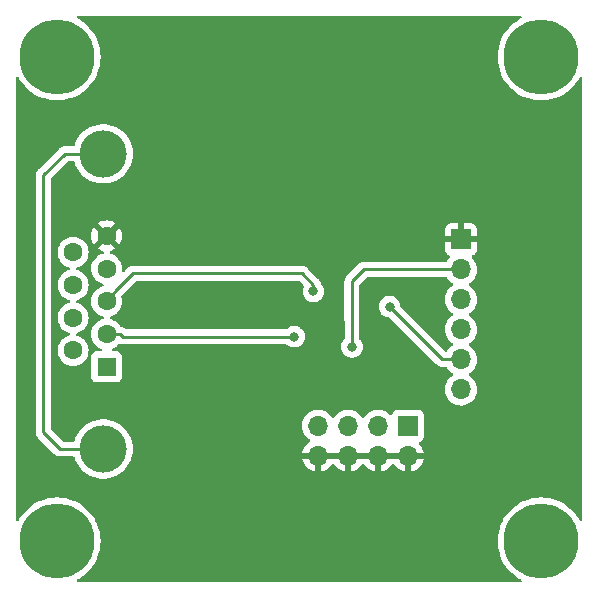
<source format=gbl>
G04 #@! TF.GenerationSoftware,KiCad,Pcbnew,(6.0.1)*
G04 #@! TF.CreationDate,2022-08-01T16:57:01-04:00*
G04 #@! TF.ProjectId,RS232_TTL_Female,52533233-325f-4545-944c-5f46656d616c,rev?*
G04 #@! TF.SameCoordinates,Original*
G04 #@! TF.FileFunction,Copper,L2,Bot*
G04 #@! TF.FilePolarity,Positive*
%FSLAX46Y46*%
G04 Gerber Fmt 4.6, Leading zero omitted, Abs format (unit mm)*
G04 Created by KiCad (PCBNEW (6.0.1)) date 2022-08-01 16:57:01*
%MOMM*%
%LPD*%
G01*
G04 APERTURE LIST*
G04 #@! TA.AperFunction,ComponentPad*
%ADD10C,6.350000*%
G04 #@! TD*
G04 #@! TA.AperFunction,ComponentPad*
%ADD11R,1.600000X1.600000*%
G04 #@! TD*
G04 #@! TA.AperFunction,ComponentPad*
%ADD12C,1.600000*%
G04 #@! TD*
G04 #@! TA.AperFunction,ComponentPad*
%ADD13C,4.000000*%
G04 #@! TD*
G04 #@! TA.AperFunction,ComponentPad*
%ADD14R,1.700000X1.700000*%
G04 #@! TD*
G04 #@! TA.AperFunction,ComponentPad*
%ADD15O,1.700000X1.700000*%
G04 #@! TD*
G04 #@! TA.AperFunction,ViaPad*
%ADD16C,0.800000*%
G04 #@! TD*
G04 #@! TA.AperFunction,Conductor*
%ADD17C,0.250000*%
G04 #@! TD*
G04 APERTURE END LIST*
D10*
X101000000Y-74000000D03*
X60000000Y-74000000D03*
X101000000Y-33000000D03*
X60000000Y-33000000D03*
D11*
X64202700Y-59249400D03*
D12*
X64202700Y-56479400D03*
X64202700Y-53709400D03*
X64202700Y-50939400D03*
X64202700Y-48169400D03*
X61362700Y-57864400D03*
X61362700Y-55094400D03*
X61362700Y-52324400D03*
X61362700Y-49554400D03*
D13*
X63902700Y-41209400D03*
X63902700Y-66209400D03*
D14*
X94200100Y-48467100D03*
D15*
X94200100Y-51007100D03*
X94200100Y-53547100D03*
X94200100Y-56087100D03*
X94200100Y-58627100D03*
X94200100Y-61167100D03*
D14*
X89717000Y-64240500D03*
D15*
X89717000Y-66780500D03*
X87177000Y-64240500D03*
X87177000Y-66780500D03*
X84637000Y-64240500D03*
X84637000Y-66780500D03*
X82097000Y-64240500D03*
X82097000Y-66780500D03*
D16*
X84344900Y-50448300D03*
X71987800Y-54131300D03*
X79111200Y-60744700D03*
X80077700Y-56696700D03*
X81716000Y-52861300D03*
X84979900Y-57560300D03*
X88156700Y-54156700D03*
D17*
X65334070Y-56479400D02*
X65564070Y-56709400D01*
X64202700Y-56479400D02*
X65334070Y-56479400D01*
X80065000Y-56709400D02*
X80077700Y-56696700D01*
X65564070Y-56709400D02*
X80065000Y-56709400D01*
X66428890Y-51346310D02*
X65028200Y-52747000D01*
X65028200Y-52747000D02*
X64202700Y-53709400D01*
X80766695Y-51346310D02*
X66428890Y-51346310D01*
X81716000Y-52295615D02*
X80766695Y-51346310D01*
X81716000Y-52861300D02*
X81716000Y-52295615D01*
X63902700Y-66209400D02*
X60253400Y-66209400D01*
X60253400Y-66209400D02*
X58843300Y-64799300D01*
X58843300Y-64799300D02*
X58843300Y-43018800D01*
X60652700Y-41209400D02*
X63902700Y-41209400D01*
X58843300Y-43018800D02*
X60652700Y-41209400D01*
X85983200Y-51007100D02*
X84967200Y-52023100D01*
X94200100Y-51007100D02*
X85983200Y-51007100D01*
X84979900Y-57560300D02*
X84967200Y-52023100D01*
X92627100Y-58627100D02*
X94200100Y-58627100D01*
X88156700Y-54156700D02*
X92627100Y-58627100D01*
G04 #@! TA.AperFunction,Conductor*
G36*
X99283123Y-29528002D02*
G01*
X99329616Y-29581658D01*
X99339720Y-29651932D01*
X99310226Y-29716512D01*
X99272205Y-29746267D01*
X99155723Y-29805618D01*
X98831922Y-30015896D01*
X98531875Y-30258869D01*
X98258869Y-30531875D01*
X98015896Y-30831922D01*
X97805618Y-31155723D01*
X97630337Y-31499730D01*
X97491976Y-31860174D01*
X97392049Y-32233106D01*
X97391533Y-32236367D01*
X97332873Y-32606728D01*
X97331651Y-32614441D01*
X97311445Y-33000000D01*
X97331651Y-33385559D01*
X97392049Y-33766894D01*
X97491976Y-34139826D01*
X97630337Y-34500270D01*
X97631835Y-34503210D01*
X97804119Y-34841335D01*
X97805618Y-34844277D01*
X98015896Y-35168078D01*
X98258869Y-35468125D01*
X98531875Y-35741131D01*
X98831922Y-35984104D01*
X99155722Y-36194382D01*
X99158656Y-36195877D01*
X99158663Y-36195881D01*
X99496790Y-36368165D01*
X99499730Y-36369663D01*
X99860174Y-36508024D01*
X100233106Y-36607951D01*
X100435643Y-36640030D01*
X100611193Y-36667835D01*
X100611201Y-36667836D01*
X100614441Y-36668349D01*
X101000000Y-36688555D01*
X101385559Y-36668349D01*
X101388799Y-36667836D01*
X101388807Y-36667835D01*
X101564357Y-36640030D01*
X101766894Y-36607951D01*
X102139826Y-36508024D01*
X102500270Y-36369663D01*
X102503210Y-36368165D01*
X102841337Y-36195881D01*
X102841344Y-36195877D01*
X102844278Y-36194382D01*
X103168078Y-35984104D01*
X103468125Y-35741131D01*
X103741131Y-35468125D01*
X103984104Y-35168078D01*
X104194382Y-34844277D01*
X104253733Y-34727795D01*
X104302482Y-34676180D01*
X104371397Y-34659114D01*
X104438598Y-34682015D01*
X104482750Y-34737613D01*
X104492000Y-34784998D01*
X104492000Y-72215002D01*
X104471998Y-72283123D01*
X104418342Y-72329616D01*
X104348068Y-72339720D01*
X104283488Y-72310226D01*
X104253733Y-72272205D01*
X104195881Y-72158665D01*
X104194382Y-72155723D01*
X103984104Y-71831922D01*
X103741131Y-71531875D01*
X103468125Y-71258869D01*
X103168078Y-71015896D01*
X102844278Y-70805618D01*
X102841344Y-70804123D01*
X102841337Y-70804119D01*
X102503210Y-70631835D01*
X102500270Y-70630337D01*
X102139826Y-70491976D01*
X101766894Y-70392049D01*
X101564357Y-70359970D01*
X101388807Y-70332165D01*
X101388799Y-70332164D01*
X101385559Y-70331651D01*
X101000000Y-70311445D01*
X100614441Y-70331651D01*
X100611201Y-70332164D01*
X100611193Y-70332165D01*
X100435643Y-70359970D01*
X100233106Y-70392049D01*
X99860174Y-70491976D01*
X99499730Y-70630337D01*
X99496790Y-70631835D01*
X99158664Y-70804119D01*
X99158657Y-70804123D01*
X99155723Y-70805618D01*
X98831922Y-71015896D01*
X98531875Y-71258869D01*
X98258869Y-71531875D01*
X98015896Y-71831922D01*
X97805618Y-72155723D01*
X97804123Y-72158657D01*
X97804119Y-72158664D01*
X97746267Y-72272205D01*
X97630337Y-72499730D01*
X97491976Y-72860174D01*
X97392049Y-73233106D01*
X97331651Y-73614441D01*
X97311445Y-74000000D01*
X97331651Y-74385559D01*
X97332164Y-74388799D01*
X97332165Y-74388807D01*
X97359970Y-74564357D01*
X97392049Y-74766894D01*
X97491976Y-75139826D01*
X97630337Y-75500270D01*
X97805618Y-75844277D01*
X98015896Y-76168078D01*
X98258869Y-76468125D01*
X98531875Y-76741131D01*
X98831922Y-76984104D01*
X99155722Y-77194382D01*
X99158656Y-77195877D01*
X99158663Y-77195881D01*
X99272205Y-77253733D01*
X99323820Y-77302481D01*
X99340886Y-77371396D01*
X99317985Y-77438598D01*
X99262388Y-77482750D01*
X99215002Y-77492000D01*
X61784998Y-77492000D01*
X61716877Y-77471998D01*
X61670384Y-77418342D01*
X61660280Y-77348068D01*
X61689774Y-77283488D01*
X61727795Y-77253733D01*
X61841337Y-77195881D01*
X61841344Y-77195877D01*
X61844278Y-77194382D01*
X62168078Y-76984104D01*
X62468125Y-76741131D01*
X62741131Y-76468125D01*
X62984104Y-76168078D01*
X63194382Y-75844277D01*
X63369663Y-75500270D01*
X63508024Y-75139826D01*
X63607951Y-74766894D01*
X63640030Y-74564357D01*
X63667835Y-74388807D01*
X63667836Y-74388799D01*
X63668349Y-74385559D01*
X63688555Y-74000000D01*
X63668349Y-73614441D01*
X63607951Y-73233106D01*
X63508024Y-72860174D01*
X63369663Y-72499730D01*
X63253733Y-72272205D01*
X63195881Y-72158664D01*
X63195877Y-72158657D01*
X63194382Y-72155723D01*
X62984104Y-71831922D01*
X62741131Y-71531875D01*
X62468125Y-71258869D01*
X62168078Y-71015896D01*
X61844278Y-70805618D01*
X61841344Y-70804123D01*
X61841337Y-70804119D01*
X61503210Y-70631835D01*
X61500270Y-70630337D01*
X61139826Y-70491976D01*
X60766894Y-70392049D01*
X60564357Y-70359970D01*
X60388807Y-70332165D01*
X60388799Y-70332164D01*
X60385559Y-70331651D01*
X60000000Y-70311445D01*
X59614441Y-70331651D01*
X59611201Y-70332164D01*
X59611193Y-70332165D01*
X59435643Y-70359970D01*
X59233106Y-70392049D01*
X58860174Y-70491976D01*
X58499730Y-70630337D01*
X58496790Y-70631835D01*
X58158664Y-70804119D01*
X58158657Y-70804123D01*
X58155723Y-70805618D01*
X57831922Y-71015896D01*
X57531875Y-71258869D01*
X57258869Y-71531875D01*
X57015896Y-71831922D01*
X56805618Y-72155723D01*
X56804119Y-72158665D01*
X56746267Y-72272205D01*
X56697518Y-72323820D01*
X56628603Y-72340886D01*
X56561402Y-72317985D01*
X56517250Y-72262387D01*
X56508000Y-72215002D01*
X56508000Y-42998743D01*
X58205080Y-42998743D01*
X58205826Y-43006635D01*
X58209241Y-43042761D01*
X58209800Y-43054619D01*
X58209800Y-64720533D01*
X58209273Y-64731716D01*
X58207598Y-64739209D01*
X58207847Y-64747135D01*
X58207847Y-64747136D01*
X58209738Y-64807286D01*
X58209800Y-64811245D01*
X58209800Y-64839156D01*
X58210297Y-64843090D01*
X58210297Y-64843091D01*
X58210305Y-64843156D01*
X58211238Y-64854993D01*
X58212627Y-64899189D01*
X58217408Y-64915644D01*
X58218278Y-64918639D01*
X58222287Y-64938000D01*
X58224826Y-64958097D01*
X58227745Y-64965468D01*
X58227745Y-64965470D01*
X58241104Y-64999212D01*
X58244949Y-65010442D01*
X58257282Y-65052893D01*
X58261315Y-65059712D01*
X58261317Y-65059717D01*
X58267593Y-65070328D01*
X58276288Y-65088076D01*
X58283748Y-65106917D01*
X58288410Y-65113333D01*
X58288410Y-65113334D01*
X58309736Y-65142687D01*
X58316252Y-65152607D01*
X58328798Y-65173820D01*
X58338758Y-65190662D01*
X58353079Y-65204983D01*
X58365919Y-65220016D01*
X58377828Y-65236407D01*
X58383934Y-65241458D01*
X58411905Y-65264598D01*
X58420684Y-65272588D01*
X59749743Y-66601647D01*
X59757287Y-66609937D01*
X59761400Y-66616418D01*
X59767177Y-66621843D01*
X59811067Y-66663058D01*
X59813909Y-66665813D01*
X59833631Y-66685535D01*
X59836755Y-66687958D01*
X59836759Y-66687962D01*
X59836824Y-66688012D01*
X59845845Y-66695717D01*
X59878079Y-66725986D01*
X59885027Y-66729805D01*
X59885029Y-66729807D01*
X59895832Y-66735746D01*
X59912359Y-66746602D01*
X59922098Y-66754157D01*
X59922100Y-66754158D01*
X59928360Y-66759014D01*
X59968940Y-66776574D01*
X59979588Y-66781791D01*
X60018340Y-66803095D01*
X60026016Y-66805066D01*
X60026019Y-66805067D01*
X60037962Y-66808133D01*
X60056667Y-66814537D01*
X60075255Y-66822581D01*
X60083078Y-66823820D01*
X60083088Y-66823823D01*
X60118924Y-66829499D01*
X60130544Y-66831905D01*
X60165689Y-66840928D01*
X60173370Y-66842900D01*
X60193624Y-66842900D01*
X60213334Y-66844451D01*
X60233343Y-66847620D01*
X60241235Y-66846874D01*
X60277361Y-66843459D01*
X60289219Y-66842900D01*
X61379399Y-66842900D01*
X61447520Y-66862902D01*
X61494013Y-66916558D01*
X61499232Y-66929963D01*
X61565744Y-67134666D01*
X61567431Y-67138252D01*
X61567433Y-67138256D01*
X61698450Y-67416683D01*
X61698454Y-67416690D01*
X61700138Y-67420269D01*
X61869268Y-67686775D01*
X62070467Y-67929982D01*
X62300560Y-68146054D01*
X62555921Y-68331584D01*
X62832521Y-68483647D01*
X62836190Y-68485100D01*
X62836195Y-68485102D01*
X63122328Y-68598390D01*
X63125998Y-68599843D01*
X63431725Y-68678340D01*
X63744879Y-68717900D01*
X64060521Y-68717900D01*
X64373675Y-68678340D01*
X64679402Y-68599843D01*
X64683072Y-68598390D01*
X64969205Y-68485102D01*
X64969210Y-68485100D01*
X64972879Y-68483647D01*
X65249479Y-68331584D01*
X65504840Y-68146054D01*
X65734933Y-67929982D01*
X65936132Y-67686775D01*
X66105262Y-67420269D01*
X66106946Y-67416690D01*
X66106950Y-67416683D01*
X66237967Y-67138256D01*
X66237969Y-67138252D01*
X66239656Y-67134666D01*
X66267664Y-67048466D01*
X80765257Y-67048466D01*
X80795565Y-67182946D01*
X80798645Y-67192775D01*
X80878770Y-67390103D01*
X80883413Y-67399294D01*
X80994694Y-67580888D01*
X81000777Y-67589199D01*
X81140213Y-67750167D01*
X81147580Y-67757383D01*
X81311434Y-67893416D01*
X81319881Y-67899331D01*
X81503756Y-68006779D01*
X81513042Y-68011229D01*
X81712001Y-68087203D01*
X81721899Y-68090079D01*
X81825250Y-68111106D01*
X81839299Y-68109910D01*
X81843000Y-68099565D01*
X81843000Y-68099017D01*
X82351000Y-68099017D01*
X82355064Y-68112859D01*
X82368478Y-68114893D01*
X82375184Y-68114034D01*
X82385262Y-68111892D01*
X82589255Y-68050691D01*
X82598842Y-68046933D01*
X82790095Y-67953239D01*
X82798945Y-67947964D01*
X82972328Y-67824292D01*
X82980200Y-67817639D01*
X83131052Y-67667312D01*
X83137730Y-67659465D01*
X83265022Y-67482319D01*
X83266147Y-67483127D01*
X83313669Y-67439376D01*
X83383607Y-67427161D01*
X83449046Y-67454697D01*
X83476870Y-67486528D01*
X83534690Y-67580883D01*
X83540777Y-67589199D01*
X83680213Y-67750167D01*
X83687580Y-67757383D01*
X83851434Y-67893416D01*
X83859881Y-67899331D01*
X84043756Y-68006779D01*
X84053042Y-68011229D01*
X84252001Y-68087203D01*
X84261899Y-68090079D01*
X84365250Y-68111106D01*
X84379299Y-68109910D01*
X84383000Y-68099565D01*
X84383000Y-68099017D01*
X84891000Y-68099017D01*
X84895064Y-68112859D01*
X84908478Y-68114893D01*
X84915184Y-68114034D01*
X84925262Y-68111892D01*
X85129255Y-68050691D01*
X85138842Y-68046933D01*
X85330095Y-67953239D01*
X85338945Y-67947964D01*
X85512328Y-67824292D01*
X85520200Y-67817639D01*
X85671052Y-67667312D01*
X85677730Y-67659465D01*
X85805022Y-67482319D01*
X85806147Y-67483127D01*
X85853669Y-67439376D01*
X85923607Y-67427161D01*
X85989046Y-67454697D01*
X86016870Y-67486528D01*
X86074690Y-67580883D01*
X86080777Y-67589199D01*
X86220213Y-67750167D01*
X86227580Y-67757383D01*
X86391434Y-67893416D01*
X86399881Y-67899331D01*
X86583756Y-68006779D01*
X86593042Y-68011229D01*
X86792001Y-68087203D01*
X86801899Y-68090079D01*
X86905250Y-68111106D01*
X86919299Y-68109910D01*
X86923000Y-68099565D01*
X86923000Y-68099017D01*
X87431000Y-68099017D01*
X87435064Y-68112859D01*
X87448478Y-68114893D01*
X87455184Y-68114034D01*
X87465262Y-68111892D01*
X87669255Y-68050691D01*
X87678842Y-68046933D01*
X87870095Y-67953239D01*
X87878945Y-67947964D01*
X88052328Y-67824292D01*
X88060200Y-67817639D01*
X88211052Y-67667312D01*
X88217730Y-67659465D01*
X88345022Y-67482319D01*
X88346147Y-67483127D01*
X88393669Y-67439376D01*
X88463607Y-67427161D01*
X88529046Y-67454697D01*
X88556870Y-67486528D01*
X88614690Y-67580883D01*
X88620777Y-67589199D01*
X88760213Y-67750167D01*
X88767580Y-67757383D01*
X88931434Y-67893416D01*
X88939881Y-67899331D01*
X89123756Y-68006779D01*
X89133042Y-68011229D01*
X89332001Y-68087203D01*
X89341899Y-68090079D01*
X89445250Y-68111106D01*
X89459299Y-68109910D01*
X89463000Y-68099565D01*
X89463000Y-68099017D01*
X89971000Y-68099017D01*
X89975064Y-68112859D01*
X89988478Y-68114893D01*
X89995184Y-68114034D01*
X90005262Y-68111892D01*
X90209255Y-68050691D01*
X90218842Y-68046933D01*
X90410095Y-67953239D01*
X90418945Y-67947964D01*
X90592328Y-67824292D01*
X90600200Y-67817639D01*
X90751052Y-67667312D01*
X90757730Y-67659465D01*
X90882003Y-67486520D01*
X90887313Y-67477683D01*
X90981670Y-67286767D01*
X90985469Y-67277172D01*
X91047377Y-67073410D01*
X91049555Y-67063337D01*
X91050986Y-67052462D01*
X91048775Y-67038278D01*
X91035617Y-67034500D01*
X89989115Y-67034500D01*
X89973876Y-67038975D01*
X89972671Y-67040365D01*
X89971000Y-67048048D01*
X89971000Y-68099017D01*
X89463000Y-68099017D01*
X89463000Y-67052615D01*
X89458525Y-67037376D01*
X89457135Y-67036171D01*
X89449452Y-67034500D01*
X87449115Y-67034500D01*
X87433876Y-67038975D01*
X87432671Y-67040365D01*
X87431000Y-67048048D01*
X87431000Y-68099017D01*
X86923000Y-68099017D01*
X86923000Y-67052615D01*
X86918525Y-67037376D01*
X86917135Y-67036171D01*
X86909452Y-67034500D01*
X84909115Y-67034500D01*
X84893876Y-67038975D01*
X84892671Y-67040365D01*
X84891000Y-67048048D01*
X84891000Y-68099017D01*
X84383000Y-68099017D01*
X84383000Y-67052615D01*
X84378525Y-67037376D01*
X84377135Y-67036171D01*
X84369452Y-67034500D01*
X82369115Y-67034500D01*
X82353876Y-67038975D01*
X82352671Y-67040365D01*
X82351000Y-67048048D01*
X82351000Y-68099017D01*
X81843000Y-68099017D01*
X81843000Y-67052615D01*
X81838525Y-67037376D01*
X81837135Y-67036171D01*
X81829452Y-67034500D01*
X80780225Y-67034500D01*
X80766694Y-67038473D01*
X80765257Y-67048466D01*
X66267664Y-67048466D01*
X66337195Y-66834472D01*
X66396341Y-66524420D01*
X66416160Y-66209400D01*
X66396341Y-65894380D01*
X66337195Y-65584328D01*
X66239656Y-65284134D01*
X66237967Y-65280544D01*
X66106950Y-65002117D01*
X66106946Y-65002110D01*
X66105262Y-64998531D01*
X65936132Y-64732025D01*
X65835532Y-64610421D01*
X65737458Y-64491870D01*
X65737457Y-64491869D01*
X65734933Y-64488818D01*
X65504840Y-64272746D01*
X65414616Y-64207195D01*
X80734251Y-64207195D01*
X80734548Y-64212348D01*
X80734548Y-64212351D01*
X80738187Y-64275457D01*
X80747110Y-64430215D01*
X80748247Y-64435261D01*
X80748248Y-64435267D01*
X80759390Y-64484705D01*
X80796222Y-64648139D01*
X80834461Y-64742311D01*
X80875410Y-64843156D01*
X80880266Y-64855116D01*
X80917685Y-64916178D01*
X80994291Y-65041188D01*
X80996987Y-65045588D01*
X81143250Y-65214438D01*
X81315126Y-65357132D01*
X81388955Y-65400274D01*
X81437679Y-65451912D01*
X81450750Y-65521695D01*
X81424019Y-65587467D01*
X81383562Y-65620827D01*
X81375457Y-65625046D01*
X81366738Y-65630536D01*
X81196433Y-65758405D01*
X81188726Y-65765248D01*
X81041590Y-65919217D01*
X81035104Y-65927227D01*
X80915098Y-66103149D01*
X80910000Y-66112123D01*
X80820338Y-66305283D01*
X80816775Y-66314970D01*
X80761389Y-66514683D01*
X80762912Y-66523107D01*
X80775292Y-66526500D01*
X91035344Y-66526500D01*
X91048875Y-66522527D01*
X91050180Y-66513447D01*
X91008214Y-66346375D01*
X91004894Y-66336624D01*
X90919972Y-66141314D01*
X90915105Y-66132239D01*
X90799426Y-65953426D01*
X90793136Y-65945257D01*
X90649293Y-65787177D01*
X90618241Y-65723331D01*
X90626635Y-65652833D01*
X90671812Y-65598064D01*
X90698256Y-65584395D01*
X90805297Y-65544267D01*
X90813705Y-65541115D01*
X90930261Y-65453761D01*
X91017615Y-65337205D01*
X91068745Y-65200816D01*
X91075500Y-65138634D01*
X91075500Y-63342366D01*
X91068745Y-63280184D01*
X91017615Y-63143795D01*
X90930261Y-63027239D01*
X90813705Y-62939885D01*
X90677316Y-62888755D01*
X90615134Y-62882000D01*
X88818866Y-62882000D01*
X88756684Y-62888755D01*
X88620295Y-62939885D01*
X88503739Y-63027239D01*
X88416385Y-63143795D01*
X88413233Y-63152203D01*
X88371919Y-63262407D01*
X88329277Y-63319171D01*
X88262716Y-63343871D01*
X88193367Y-63328663D01*
X88160743Y-63302976D01*
X88110151Y-63247375D01*
X88110142Y-63247366D01*
X88106670Y-63243551D01*
X88102619Y-63240352D01*
X88102615Y-63240348D01*
X87935414Y-63108300D01*
X87935410Y-63108298D01*
X87931359Y-63105098D01*
X87735789Y-62997138D01*
X87730920Y-62995414D01*
X87730916Y-62995412D01*
X87530087Y-62924295D01*
X87530083Y-62924294D01*
X87525212Y-62922569D01*
X87520119Y-62921662D01*
X87520116Y-62921661D01*
X87310373Y-62884300D01*
X87310367Y-62884299D01*
X87305284Y-62883394D01*
X87231452Y-62882492D01*
X87087081Y-62880728D01*
X87087079Y-62880728D01*
X87081911Y-62880665D01*
X86861091Y-62914455D01*
X86648756Y-62983857D01*
X86450607Y-63087007D01*
X86446474Y-63090110D01*
X86446471Y-63090112D01*
X86276100Y-63218030D01*
X86271965Y-63221135D01*
X86232525Y-63262407D01*
X86178280Y-63319171D01*
X86117629Y-63382638D01*
X86010201Y-63540121D01*
X85955293Y-63585121D01*
X85884768Y-63593292D01*
X85821021Y-63562038D01*
X85800324Y-63537554D01*
X85719822Y-63413117D01*
X85719820Y-63413114D01*
X85717014Y-63408777D01*
X85566670Y-63243551D01*
X85562619Y-63240352D01*
X85562615Y-63240348D01*
X85395414Y-63108300D01*
X85395410Y-63108298D01*
X85391359Y-63105098D01*
X85195789Y-62997138D01*
X85190920Y-62995414D01*
X85190916Y-62995412D01*
X84990087Y-62924295D01*
X84990083Y-62924294D01*
X84985212Y-62922569D01*
X84980119Y-62921662D01*
X84980116Y-62921661D01*
X84770373Y-62884300D01*
X84770367Y-62884299D01*
X84765284Y-62883394D01*
X84691452Y-62882492D01*
X84547081Y-62880728D01*
X84547079Y-62880728D01*
X84541911Y-62880665D01*
X84321091Y-62914455D01*
X84108756Y-62983857D01*
X83910607Y-63087007D01*
X83906474Y-63090110D01*
X83906471Y-63090112D01*
X83736100Y-63218030D01*
X83731965Y-63221135D01*
X83692525Y-63262407D01*
X83638280Y-63319171D01*
X83577629Y-63382638D01*
X83470201Y-63540121D01*
X83415293Y-63585121D01*
X83344768Y-63593292D01*
X83281021Y-63562038D01*
X83260324Y-63537554D01*
X83179822Y-63413117D01*
X83179820Y-63413114D01*
X83177014Y-63408777D01*
X83026670Y-63243551D01*
X83022619Y-63240352D01*
X83022615Y-63240348D01*
X82855414Y-63108300D01*
X82855410Y-63108298D01*
X82851359Y-63105098D01*
X82655789Y-62997138D01*
X82650920Y-62995414D01*
X82650916Y-62995412D01*
X82450087Y-62924295D01*
X82450083Y-62924294D01*
X82445212Y-62922569D01*
X82440119Y-62921662D01*
X82440116Y-62921661D01*
X82230373Y-62884300D01*
X82230367Y-62884299D01*
X82225284Y-62883394D01*
X82151452Y-62882492D01*
X82007081Y-62880728D01*
X82007079Y-62880728D01*
X82001911Y-62880665D01*
X81781091Y-62914455D01*
X81568756Y-62983857D01*
X81370607Y-63087007D01*
X81366474Y-63090110D01*
X81366471Y-63090112D01*
X81196100Y-63218030D01*
X81191965Y-63221135D01*
X81152525Y-63262407D01*
X81098280Y-63319171D01*
X81037629Y-63382638D01*
X80911743Y-63567180D01*
X80864716Y-63668492D01*
X80849673Y-63700900D01*
X80817688Y-63769805D01*
X80757989Y-63985070D01*
X80734251Y-64207195D01*
X65414616Y-64207195D01*
X65249479Y-64087216D01*
X65073022Y-63990207D01*
X64976348Y-63937060D01*
X64976347Y-63937059D01*
X64972879Y-63935153D01*
X64969210Y-63933700D01*
X64969205Y-63933698D01*
X64683072Y-63820410D01*
X64683071Y-63820410D01*
X64679402Y-63818957D01*
X64373675Y-63740460D01*
X64060521Y-63700900D01*
X63744879Y-63700900D01*
X63431725Y-63740460D01*
X63125998Y-63818957D01*
X63122329Y-63820410D01*
X63122328Y-63820410D01*
X62836195Y-63933698D01*
X62836190Y-63933700D01*
X62832521Y-63935153D01*
X62829053Y-63937059D01*
X62829052Y-63937060D01*
X62732379Y-63990207D01*
X62555921Y-64087216D01*
X62300560Y-64272746D01*
X62070467Y-64488818D01*
X62067943Y-64491869D01*
X62067942Y-64491870D01*
X61969868Y-64610421D01*
X61869268Y-64732025D01*
X61700138Y-64998531D01*
X61698454Y-65002110D01*
X61698450Y-65002117D01*
X61567433Y-65280544D01*
X61565744Y-65284134D01*
X61564518Y-65287906D01*
X61564518Y-65287907D01*
X61499232Y-65488836D01*
X61459158Y-65547442D01*
X61393762Y-65575079D01*
X61379399Y-65575900D01*
X60567994Y-65575900D01*
X60499873Y-65555898D01*
X60478903Y-65538999D01*
X59513703Y-64573798D01*
X59479679Y-64511488D01*
X59476800Y-64484705D01*
X59476800Y-57864400D01*
X60049202Y-57864400D01*
X60069157Y-58092487D01*
X60070581Y-58097800D01*
X60070581Y-58097802D01*
X60093425Y-58183054D01*
X60128416Y-58313643D01*
X60130739Y-58318624D01*
X60130739Y-58318625D01*
X60222851Y-58516162D01*
X60222854Y-58516167D01*
X60225177Y-58521149D01*
X60356502Y-58708700D01*
X60518400Y-58870598D01*
X60522908Y-58873755D01*
X60522911Y-58873757D01*
X60574727Y-58910039D01*
X60705951Y-59001923D01*
X60710933Y-59004246D01*
X60710938Y-59004249D01*
X60875014Y-59080758D01*
X60913457Y-59098684D01*
X60918765Y-59100106D01*
X60918767Y-59100107D01*
X61129298Y-59156519D01*
X61129300Y-59156519D01*
X61134613Y-59157943D01*
X61362700Y-59177898D01*
X61590787Y-59157943D01*
X61596100Y-59156519D01*
X61596102Y-59156519D01*
X61806633Y-59100107D01*
X61806635Y-59100106D01*
X61811943Y-59098684D01*
X61850386Y-59080758D01*
X62014462Y-59004249D01*
X62014467Y-59004246D01*
X62019449Y-59001923D01*
X62150673Y-58910039D01*
X62202489Y-58873757D01*
X62202492Y-58873755D01*
X62207000Y-58870598D01*
X62368898Y-58708700D01*
X62500223Y-58521149D01*
X62502546Y-58516167D01*
X62502549Y-58516162D01*
X62594661Y-58318625D01*
X62594661Y-58318624D01*
X62596984Y-58313643D01*
X62631976Y-58183054D01*
X62654819Y-58097802D01*
X62654819Y-58097800D01*
X62656243Y-58092487D01*
X62676198Y-57864400D01*
X62656243Y-57636313D01*
X62651671Y-57619249D01*
X62598407Y-57420467D01*
X62598406Y-57420465D01*
X62596984Y-57415157D01*
X62580333Y-57379449D01*
X62502549Y-57212638D01*
X62502546Y-57212633D01*
X62500223Y-57207651D01*
X62399875Y-57064340D01*
X62372057Y-57024611D01*
X62372055Y-57024608D01*
X62368898Y-57020100D01*
X62207000Y-56858202D01*
X62202492Y-56855045D01*
X62202489Y-56855043D01*
X62101797Y-56784538D01*
X62019449Y-56726877D01*
X62014467Y-56724554D01*
X62014462Y-56724551D01*
X61816925Y-56632439D01*
X61816924Y-56632439D01*
X61811943Y-56630116D01*
X61806635Y-56628694D01*
X61806633Y-56628693D01*
X61703681Y-56601107D01*
X61643058Y-56564155D01*
X61612037Y-56500294D01*
X61614535Y-56479400D01*
X62889202Y-56479400D01*
X62909157Y-56707487D01*
X62910581Y-56712800D01*
X62910581Y-56712802D01*
X62961940Y-56904473D01*
X62968416Y-56928643D01*
X62970739Y-56933624D01*
X62970739Y-56933625D01*
X63062851Y-57131162D01*
X63062854Y-57131167D01*
X63065177Y-57136149D01*
X63118735Y-57212638D01*
X63187329Y-57310599D01*
X63196502Y-57323700D01*
X63358400Y-57485598D01*
X63362908Y-57488755D01*
X63362911Y-57488757D01*
X63441089Y-57543498D01*
X63545951Y-57616923D01*
X63550933Y-57619246D01*
X63550938Y-57619249D01*
X63725623Y-57700705D01*
X63778908Y-57747622D01*
X63798369Y-57815899D01*
X63777827Y-57883859D01*
X63723805Y-57929925D01*
X63672373Y-57940900D01*
X63354566Y-57940900D01*
X63292384Y-57947655D01*
X63155995Y-57998785D01*
X63039439Y-58086139D01*
X62952085Y-58202695D01*
X62900955Y-58339084D01*
X62894200Y-58401266D01*
X62894200Y-60097534D01*
X62900955Y-60159716D01*
X62952085Y-60296105D01*
X63039439Y-60412661D01*
X63155995Y-60500015D01*
X63292384Y-60551145D01*
X63354566Y-60557900D01*
X65050834Y-60557900D01*
X65113016Y-60551145D01*
X65249405Y-60500015D01*
X65365961Y-60412661D01*
X65453315Y-60296105D01*
X65504445Y-60159716D01*
X65511200Y-60097534D01*
X65511200Y-58401266D01*
X65504445Y-58339084D01*
X65453315Y-58202695D01*
X65365961Y-58086139D01*
X65249405Y-57998785D01*
X65113016Y-57947655D01*
X65050834Y-57940900D01*
X64733027Y-57940900D01*
X64664906Y-57920898D01*
X64618413Y-57867242D01*
X64608309Y-57796968D01*
X64637803Y-57732388D01*
X64679777Y-57700705D01*
X64854462Y-57619249D01*
X64854467Y-57619246D01*
X64859449Y-57616923D01*
X64964311Y-57543498D01*
X65042489Y-57488757D01*
X65042492Y-57488755D01*
X65047000Y-57485598D01*
X65199967Y-57332631D01*
X65262279Y-57298605D01*
X65328771Y-57304030D01*
X65329011Y-57303095D01*
X65332183Y-57303910D01*
X65334458Y-57304494D01*
X65334459Y-57304494D01*
X65336685Y-57305066D01*
X65336686Y-57305066D01*
X65348632Y-57308133D01*
X65367337Y-57314537D01*
X65385925Y-57322581D01*
X65393748Y-57323820D01*
X65393758Y-57323823D01*
X65429594Y-57329499D01*
X65441214Y-57331905D01*
X65476359Y-57340928D01*
X65484040Y-57342900D01*
X65504294Y-57342900D01*
X65524004Y-57344451D01*
X65544013Y-57347620D01*
X65551905Y-57346874D01*
X65588031Y-57343459D01*
X65599889Y-57342900D01*
X79382832Y-57342900D01*
X79450953Y-57362902D01*
X79464046Y-57372900D01*
X79466447Y-57375566D01*
X79477695Y-57383738D01*
X79612529Y-57481701D01*
X79620948Y-57487818D01*
X79626976Y-57490502D01*
X79626978Y-57490503D01*
X79783746Y-57560300D01*
X79795412Y-57565494D01*
X79888812Y-57585347D01*
X79975756Y-57603828D01*
X79975761Y-57603828D01*
X79982213Y-57605200D01*
X80173187Y-57605200D01*
X80179639Y-57603828D01*
X80179644Y-57603828D01*
X80266588Y-57585347D01*
X80359988Y-57565494D01*
X80371654Y-57560300D01*
X84066396Y-57560300D01*
X84067086Y-57566865D01*
X84073827Y-57630998D01*
X84086358Y-57750228D01*
X84145373Y-57931856D01*
X84148676Y-57937578D01*
X84148677Y-57937579D01*
X84156096Y-57950429D01*
X84240860Y-58097244D01*
X84245278Y-58102151D01*
X84245279Y-58102152D01*
X84322399Y-58187802D01*
X84368647Y-58239166D01*
X84463847Y-58308333D01*
X84516985Y-58346940D01*
X84523148Y-58351418D01*
X84529176Y-58354102D01*
X84529178Y-58354103D01*
X84653877Y-58409622D01*
X84697612Y-58429094D01*
X84791013Y-58448947D01*
X84877956Y-58467428D01*
X84877961Y-58467428D01*
X84884413Y-58468800D01*
X85075387Y-58468800D01*
X85081839Y-58467428D01*
X85081844Y-58467428D01*
X85168787Y-58448947D01*
X85262188Y-58429094D01*
X85305923Y-58409622D01*
X85430622Y-58354103D01*
X85430624Y-58354102D01*
X85436652Y-58351418D01*
X85442816Y-58346940D01*
X85495953Y-58308333D01*
X85591153Y-58239166D01*
X85637401Y-58187802D01*
X85714521Y-58102152D01*
X85714522Y-58102151D01*
X85718940Y-58097244D01*
X85803704Y-57950429D01*
X85811123Y-57937579D01*
X85811124Y-57937578D01*
X85814427Y-57931856D01*
X85873442Y-57750228D01*
X85885974Y-57630998D01*
X85892714Y-57566865D01*
X85893404Y-57560300D01*
X85878149Y-57415157D01*
X85874132Y-57376935D01*
X85874132Y-57376933D01*
X85873442Y-57370372D01*
X85814427Y-57188744D01*
X85777410Y-57124629D01*
X85722244Y-57029078D01*
X85722242Y-57029075D01*
X85718940Y-57023356D01*
X85714518Y-57018445D01*
X85714516Y-57018442D01*
X85644151Y-56940293D01*
X85613433Y-56876286D01*
X85611787Y-56856272D01*
X85611785Y-56855043D01*
X85601422Y-52337262D01*
X85621268Y-52269096D01*
X85638327Y-52247877D01*
X86208701Y-51677504D01*
X86271013Y-51643479D01*
X86297796Y-51640600D01*
X92924374Y-51640600D01*
X92992495Y-51660602D01*
X93031807Y-51700765D01*
X93100087Y-51812188D01*
X93246350Y-51981038D01*
X93418226Y-52123732D01*
X93428003Y-52129445D01*
X93491545Y-52166576D01*
X93540269Y-52218214D01*
X93553340Y-52287997D01*
X93526609Y-52353769D01*
X93486155Y-52387127D01*
X93473707Y-52393607D01*
X93469574Y-52396710D01*
X93469571Y-52396712D01*
X93345664Y-52489744D01*
X93295065Y-52527735D01*
X93291493Y-52531473D01*
X93163802Y-52665094D01*
X93140729Y-52689238D01*
X93014843Y-52873780D01*
X92999103Y-52907690D01*
X92929561Y-53057506D01*
X92920788Y-53076405D01*
X92861089Y-53291670D01*
X92837351Y-53513795D01*
X92837648Y-53518948D01*
X92837648Y-53518951D01*
X92845769Y-53659800D01*
X92850210Y-53736815D01*
X92851347Y-53741861D01*
X92851348Y-53741867D01*
X92871219Y-53830039D01*
X92899322Y-53954739D01*
X92983366Y-54161716D01*
X93100087Y-54352188D01*
X93246350Y-54521038D01*
X93418226Y-54663732D01*
X93477814Y-54698552D01*
X93491545Y-54706576D01*
X93540269Y-54758214D01*
X93553340Y-54827997D01*
X93526609Y-54893769D01*
X93486155Y-54927127D01*
X93473707Y-54933607D01*
X93469574Y-54936710D01*
X93469571Y-54936712D01*
X93299200Y-55064630D01*
X93295065Y-55067735D01*
X93140729Y-55229238D01*
X93014843Y-55413780D01*
X92920788Y-55616405D01*
X92861089Y-55831670D01*
X92837351Y-56053795D01*
X92837648Y-56058948D01*
X92837648Y-56058951D01*
X92847622Y-56231923D01*
X92850210Y-56276815D01*
X92851347Y-56281861D01*
X92851348Y-56281867D01*
X92861376Y-56326361D01*
X92899322Y-56494739D01*
X92983366Y-56701716D01*
X92997359Y-56724551D01*
X93077325Y-56855043D01*
X93100087Y-56892188D01*
X93246350Y-57061038D01*
X93418226Y-57203732D01*
X93477814Y-57238552D01*
X93491545Y-57246576D01*
X93540269Y-57298214D01*
X93553340Y-57367997D01*
X93526609Y-57433769D01*
X93486155Y-57467127D01*
X93473707Y-57473607D01*
X93469574Y-57476710D01*
X93469571Y-57476712D01*
X93299200Y-57604630D01*
X93295065Y-57607735D01*
X93140729Y-57769238D01*
X93137815Y-57773510D01*
X93137814Y-57773511D01*
X93033544Y-57926365D01*
X92978633Y-57971368D01*
X92908108Y-57979539D01*
X92840361Y-57944456D01*
X89103822Y-54207917D01*
X89069796Y-54145605D01*
X89067607Y-54131992D01*
X89050932Y-53973335D01*
X89050932Y-53973333D01*
X89050242Y-53966772D01*
X88991227Y-53785144D01*
X88895740Y-53619756D01*
X88882502Y-53605053D01*
X88772375Y-53482745D01*
X88772374Y-53482744D01*
X88767953Y-53477834D01*
X88613452Y-53365582D01*
X88607424Y-53362898D01*
X88607422Y-53362897D01*
X88445019Y-53290591D01*
X88445018Y-53290591D01*
X88438988Y-53287906D01*
X88345588Y-53268053D01*
X88258644Y-53249572D01*
X88258639Y-53249572D01*
X88252187Y-53248200D01*
X88061213Y-53248200D01*
X88054761Y-53249572D01*
X88054756Y-53249572D01*
X87967812Y-53268053D01*
X87874412Y-53287906D01*
X87868382Y-53290591D01*
X87868381Y-53290591D01*
X87705978Y-53362897D01*
X87705976Y-53362898D01*
X87699948Y-53365582D01*
X87545447Y-53477834D01*
X87541026Y-53482744D01*
X87541025Y-53482745D01*
X87430899Y-53605053D01*
X87417660Y-53619756D01*
X87322173Y-53785144D01*
X87263158Y-53966772D01*
X87262468Y-53973333D01*
X87262468Y-53973335D01*
X87254525Y-54048911D01*
X87243196Y-54156700D01*
X87263158Y-54346628D01*
X87322173Y-54528256D01*
X87417660Y-54693644D01*
X87422078Y-54698551D01*
X87422079Y-54698552D01*
X87475799Y-54758214D01*
X87545447Y-54835566D01*
X87595309Y-54871793D01*
X87691061Y-54941361D01*
X87699948Y-54947818D01*
X87705976Y-54950502D01*
X87705978Y-54950503D01*
X87823761Y-55002943D01*
X87874412Y-55025494D01*
X87965239Y-55044800D01*
X88054756Y-55063828D01*
X88054761Y-55063828D01*
X88061213Y-55065200D01*
X88117106Y-55065200D01*
X88185227Y-55085202D01*
X88206201Y-55102105D01*
X92123443Y-59019347D01*
X92130987Y-59027637D01*
X92135100Y-59034118D01*
X92140877Y-59039543D01*
X92184767Y-59080758D01*
X92187609Y-59083513D01*
X92207330Y-59103234D01*
X92210525Y-59105712D01*
X92219547Y-59113418D01*
X92251779Y-59143686D01*
X92258728Y-59147506D01*
X92269532Y-59153446D01*
X92286056Y-59164299D01*
X92302059Y-59176713D01*
X92342643Y-59194276D01*
X92353273Y-59199483D01*
X92392040Y-59220795D01*
X92399717Y-59222766D01*
X92399722Y-59222768D01*
X92411658Y-59225832D01*
X92430366Y-59232237D01*
X92448955Y-59240281D01*
X92456783Y-59241521D01*
X92456790Y-59241523D01*
X92492624Y-59247199D01*
X92504244Y-59249605D01*
X92539389Y-59258628D01*
X92547070Y-59260600D01*
X92567324Y-59260600D01*
X92587034Y-59262151D01*
X92607043Y-59265320D01*
X92614935Y-59264574D01*
X92651061Y-59261159D01*
X92662919Y-59260600D01*
X92924374Y-59260600D01*
X92992495Y-59280602D01*
X93031807Y-59320765D01*
X93100087Y-59432188D01*
X93246350Y-59601038D01*
X93418226Y-59743732D01*
X93488695Y-59784911D01*
X93491545Y-59786576D01*
X93540269Y-59838214D01*
X93553340Y-59907997D01*
X93526609Y-59973769D01*
X93486155Y-60007127D01*
X93473707Y-60013607D01*
X93469574Y-60016710D01*
X93469571Y-60016712D01*
X93357402Y-60100931D01*
X93295065Y-60147735D01*
X93140729Y-60309238D01*
X93014843Y-60493780D01*
X92920788Y-60696405D01*
X92861089Y-60911670D01*
X92837351Y-61133795D01*
X92837648Y-61138948D01*
X92837648Y-61138951D01*
X92843111Y-61233690D01*
X92850210Y-61356815D01*
X92851347Y-61361861D01*
X92851348Y-61361867D01*
X92871219Y-61450039D01*
X92899322Y-61574739D01*
X92983366Y-61781716D01*
X93100087Y-61972188D01*
X93246350Y-62141038D01*
X93418226Y-62283732D01*
X93611100Y-62396438D01*
X93819792Y-62476130D01*
X93824860Y-62477161D01*
X93824863Y-62477162D01*
X93932117Y-62498983D01*
X94038697Y-62520667D01*
X94043872Y-62520857D01*
X94043874Y-62520857D01*
X94256773Y-62528664D01*
X94256777Y-62528664D01*
X94261937Y-62528853D01*
X94267057Y-62528197D01*
X94267059Y-62528197D01*
X94478388Y-62501125D01*
X94478389Y-62501125D01*
X94483516Y-62500468D01*
X94488466Y-62498983D01*
X94692529Y-62437761D01*
X94692534Y-62437759D01*
X94697484Y-62436274D01*
X94898094Y-62337996D01*
X95079960Y-62208273D01*
X95238196Y-62050589D01*
X95297694Y-61967789D01*
X95365535Y-61873377D01*
X95368553Y-61869177D01*
X95467530Y-61668911D01*
X95532470Y-61455169D01*
X95561629Y-61233690D01*
X95563256Y-61167100D01*
X95544952Y-60944461D01*
X95490531Y-60727802D01*
X95401454Y-60522940D01*
X95362006Y-60461962D01*
X95282922Y-60339717D01*
X95282920Y-60339714D01*
X95280114Y-60335377D01*
X95129770Y-60170151D01*
X95125719Y-60166952D01*
X95125715Y-60166948D01*
X94958514Y-60034900D01*
X94958510Y-60034898D01*
X94954459Y-60031698D01*
X94913153Y-60008896D01*
X94863184Y-59958464D01*
X94848412Y-59889021D01*
X94873528Y-59822616D01*
X94900880Y-59796009D01*
X94944703Y-59764750D01*
X95079960Y-59668273D01*
X95238196Y-59510589D01*
X95368553Y-59329177D01*
X95372711Y-59320765D01*
X95465236Y-59133553D01*
X95465237Y-59133551D01*
X95467530Y-59128911D01*
X95532470Y-58915169D01*
X95561629Y-58693690D01*
X95563256Y-58627100D01*
X95544952Y-58404461D01*
X95490531Y-58187802D01*
X95401454Y-57982940D01*
X95321225Y-57858925D01*
X95282922Y-57799717D01*
X95282920Y-57799714D01*
X95280114Y-57795377D01*
X95129770Y-57630151D01*
X95125719Y-57626952D01*
X95125715Y-57626948D01*
X94958514Y-57494900D01*
X94958510Y-57494898D01*
X94954459Y-57491698D01*
X94913153Y-57468896D01*
X94863184Y-57418464D01*
X94848412Y-57349021D01*
X94873528Y-57282616D01*
X94900880Y-57256009D01*
X94968675Y-57207651D01*
X95079960Y-57128273D01*
X95238196Y-56970589D01*
X95297694Y-56887789D01*
X95365535Y-56793377D01*
X95368553Y-56789177D01*
X95399344Y-56726877D01*
X95465236Y-56593553D01*
X95465237Y-56593551D01*
X95467530Y-56588911D01*
X95532470Y-56375169D01*
X95561629Y-56153690D01*
X95562926Y-56100598D01*
X95563174Y-56090465D01*
X95563174Y-56090461D01*
X95563256Y-56087100D01*
X95544952Y-55864461D01*
X95490531Y-55647802D01*
X95401454Y-55442940D01*
X95326968Y-55327802D01*
X95282922Y-55259717D01*
X95282920Y-55259714D01*
X95280114Y-55255377D01*
X95129770Y-55090151D01*
X95125719Y-55086952D01*
X95125715Y-55086948D01*
X94958514Y-54954900D01*
X94958510Y-54954898D01*
X94954459Y-54951698D01*
X94913153Y-54928896D01*
X94863184Y-54878464D01*
X94848412Y-54809021D01*
X94873528Y-54742616D01*
X94900880Y-54716009D01*
X94944703Y-54684750D01*
X95079960Y-54588273D01*
X95110744Y-54557597D01*
X95234535Y-54434237D01*
X95238196Y-54430589D01*
X95297694Y-54347789D01*
X95365535Y-54253377D01*
X95368553Y-54249177D01*
X95413298Y-54158643D01*
X95465236Y-54053553D01*
X95465237Y-54053551D01*
X95467530Y-54048911D01*
X95524185Y-53862439D01*
X95530965Y-53840123D01*
X95530965Y-53840121D01*
X95532470Y-53835169D01*
X95561629Y-53613690D01*
X95563256Y-53547100D01*
X95544952Y-53324461D01*
X95490531Y-53107802D01*
X95401454Y-52902940D01*
X95280114Y-52715377D01*
X95129770Y-52550151D01*
X95125719Y-52546952D01*
X95125715Y-52546948D01*
X94958514Y-52414900D01*
X94958510Y-52414898D01*
X94954459Y-52411698D01*
X94913153Y-52388896D01*
X94863184Y-52338464D01*
X94848412Y-52269021D01*
X94873528Y-52202616D01*
X94900880Y-52176009D01*
X94969878Y-52126793D01*
X95079960Y-52048273D01*
X95111629Y-52016715D01*
X95234535Y-51894237D01*
X95238196Y-51890589D01*
X95245470Y-51880467D01*
X95365535Y-51713377D01*
X95368553Y-51709177D01*
X95372711Y-51700765D01*
X95465236Y-51513553D01*
X95465237Y-51513551D01*
X95467530Y-51508911D01*
X95532470Y-51295169D01*
X95561629Y-51073690D01*
X95561711Y-51070340D01*
X95563174Y-51010465D01*
X95563174Y-51010461D01*
X95563256Y-51007100D01*
X95544952Y-50784461D01*
X95490531Y-50567802D01*
X95401454Y-50362940D01*
X95346596Y-50278143D01*
X95282922Y-50179717D01*
X95282920Y-50179714D01*
X95280114Y-50175377D01*
X95276640Y-50171559D01*
X95276633Y-50171550D01*
X95132535Y-50013188D01*
X95101483Y-49949342D01*
X95109879Y-49878844D01*
X95155056Y-49824076D01*
X95181500Y-49810407D01*
X95288152Y-49770425D01*
X95303749Y-49761886D01*
X95405824Y-49685385D01*
X95418385Y-49672824D01*
X95494886Y-49570749D01*
X95503424Y-49555154D01*
X95548578Y-49434706D01*
X95552205Y-49419451D01*
X95557731Y-49368586D01*
X95558100Y-49361772D01*
X95558100Y-48739215D01*
X95553625Y-48723976D01*
X95552235Y-48722771D01*
X95544552Y-48721100D01*
X92860216Y-48721100D01*
X92844977Y-48725575D01*
X92843772Y-48726965D01*
X92842101Y-48734648D01*
X92842101Y-49361769D01*
X92842471Y-49368590D01*
X92847995Y-49419452D01*
X92851621Y-49434704D01*
X92896776Y-49555154D01*
X92905314Y-49570749D01*
X92981815Y-49672824D01*
X92994376Y-49685385D01*
X93096451Y-49761886D01*
X93112046Y-49770424D01*
X93220927Y-49811242D01*
X93277691Y-49853884D01*
X93302391Y-49920445D01*
X93287183Y-49989794D01*
X93267791Y-50016275D01*
X93144300Y-50145501D01*
X93140729Y-50149238D01*
X93137815Y-50153510D01*
X93137814Y-50153511D01*
X93025195Y-50318604D01*
X92970284Y-50363607D01*
X92921107Y-50373600D01*
X86061967Y-50373600D01*
X86050784Y-50373073D01*
X86043291Y-50371398D01*
X86035365Y-50371647D01*
X86035364Y-50371647D01*
X85975201Y-50373538D01*
X85971243Y-50373600D01*
X85943344Y-50373600D01*
X85939354Y-50374104D01*
X85927520Y-50375036D01*
X85883311Y-50376426D01*
X85875697Y-50378638D01*
X85875692Y-50378639D01*
X85863859Y-50382077D01*
X85844496Y-50386088D01*
X85824403Y-50388626D01*
X85817036Y-50391543D01*
X85817031Y-50391544D01*
X85783292Y-50404902D01*
X85772065Y-50408746D01*
X85729607Y-50421082D01*
X85722781Y-50425119D01*
X85712172Y-50431393D01*
X85694424Y-50440088D01*
X85675583Y-50447548D01*
X85669167Y-50452210D01*
X85669166Y-50452210D01*
X85639813Y-50473536D01*
X85629893Y-50480052D01*
X85598665Y-50498520D01*
X85598662Y-50498522D01*
X85591838Y-50502558D01*
X85577517Y-50516879D01*
X85562484Y-50529719D01*
X85546093Y-50541628D01*
X85541043Y-50547732D01*
X85541038Y-50547737D01*
X85517907Y-50575698D01*
X85509917Y-50584479D01*
X84575078Y-51519317D01*
X84566522Y-51527121D01*
X84565740Y-51527771D01*
X84559055Y-51532035D01*
X84553640Y-51537828D01*
X84513143Y-51581152D01*
X84510190Y-51584205D01*
X84491065Y-51603330D01*
X84488641Y-51606455D01*
X84488634Y-51606463D01*
X84488055Y-51607210D01*
X84480540Y-51616031D01*
X84449755Y-51648965D01*
X84445954Y-51655917D01*
X84440457Y-51665970D01*
X84429464Y-51682746D01*
X84417586Y-51698059D01*
X84399674Y-51739451D01*
X84394606Y-51749826D01*
X84372967Y-51789402D01*
X84371013Y-51797086D01*
X84368190Y-51808187D01*
X84361715Y-51827169D01*
X84357169Y-51837675D01*
X84354019Y-51844955D01*
X84349276Y-51874898D01*
X84346966Y-51889485D01*
X84344630Y-51900828D01*
X84333518Y-51944523D01*
X84333536Y-51952444D01*
X84333536Y-51952446D01*
X84333563Y-51963904D01*
X84332012Y-51983904D01*
X84328980Y-52003043D01*
X84329726Y-52010936D01*
X84329726Y-52010939D01*
X84333222Y-52047927D01*
X84333781Y-52059494D01*
X84337805Y-53813747D01*
X84344789Y-56858202D01*
X84344791Y-56859273D01*
X84324945Y-56927439D01*
X84312427Y-56943873D01*
X84245285Y-57018442D01*
X84240860Y-57023356D01*
X84145373Y-57188744D01*
X84086358Y-57370372D01*
X84085668Y-57376933D01*
X84085668Y-57376935D01*
X84081651Y-57415157D01*
X84066396Y-57560300D01*
X80371654Y-57560300D01*
X80528422Y-57490503D01*
X80528424Y-57490502D01*
X80534452Y-57487818D01*
X80542872Y-57481701D01*
X80677705Y-57383738D01*
X80688953Y-57375566D01*
X80695768Y-57367997D01*
X80812321Y-57238552D01*
X80812322Y-57238551D01*
X80816740Y-57233644D01*
X80912227Y-57068256D01*
X80971242Y-56886628D01*
X80987701Y-56730034D01*
X80990514Y-56703265D01*
X80991204Y-56696700D01*
X80979875Y-56588911D01*
X80971932Y-56513335D01*
X80971932Y-56513333D01*
X80971242Y-56506772D01*
X80912227Y-56325144D01*
X80816740Y-56159756D01*
X80748301Y-56083746D01*
X80693375Y-56022745D01*
X80693374Y-56022744D01*
X80688953Y-56017834D01*
X80580035Y-55938700D01*
X80539794Y-55909463D01*
X80539793Y-55909462D01*
X80534452Y-55905582D01*
X80528424Y-55902898D01*
X80528422Y-55902897D01*
X80366019Y-55830591D01*
X80366018Y-55830591D01*
X80359988Y-55827906D01*
X80266588Y-55808053D01*
X80179644Y-55789572D01*
X80179639Y-55789572D01*
X80173187Y-55788200D01*
X79982213Y-55788200D01*
X79975761Y-55789572D01*
X79975756Y-55789572D01*
X79888812Y-55808053D01*
X79795412Y-55827906D01*
X79789382Y-55830591D01*
X79789381Y-55830591D01*
X79626978Y-55902897D01*
X79626976Y-55902898D01*
X79620948Y-55905582D01*
X79615607Y-55909462D01*
X79615606Y-55909463D01*
X79575365Y-55938700D01*
X79466447Y-56017834D01*
X79462034Y-56022736D01*
X79462032Y-56022737D01*
X79451701Y-56034211D01*
X79391255Y-56071450D01*
X79358065Y-56075900D01*
X65879703Y-56075900D01*
X65811582Y-56055898D01*
X65793450Y-56041750D01*
X65776418Y-56025756D01*
X65773576Y-56023001D01*
X65753840Y-56003265D01*
X65750643Y-56000785D01*
X65741621Y-55993080D01*
X65715170Y-55968241D01*
X65709391Y-55962814D01*
X65702445Y-55958995D01*
X65702442Y-55958993D01*
X65691636Y-55953052D01*
X65675117Y-55942201D01*
X65670603Y-55938700D01*
X65659111Y-55929786D01*
X65651842Y-55926641D01*
X65651838Y-55926638D01*
X65618533Y-55912226D01*
X65607883Y-55907009D01*
X65569130Y-55885705D01*
X65549507Y-55880667D01*
X65530804Y-55874263D01*
X65519490Y-55869367D01*
X65519489Y-55869367D01*
X65512215Y-55866219D01*
X65504392Y-55864980D01*
X65504382Y-55864977D01*
X65468546Y-55859301D01*
X65456926Y-55856895D01*
X65421781Y-55847872D01*
X65421780Y-55847872D01*
X65414100Y-55845900D01*
X65406816Y-55845900D01*
X65342003Y-55817635D01*
X65319656Y-55793279D01*
X65317061Y-55789572D01*
X65217792Y-55647802D01*
X65212057Y-55639611D01*
X65212055Y-55639608D01*
X65208898Y-55635100D01*
X65047000Y-55473202D01*
X65042492Y-55470045D01*
X65042489Y-55470043D01*
X64956026Y-55409501D01*
X64859449Y-55341877D01*
X64854467Y-55339554D01*
X64854462Y-55339551D01*
X64656925Y-55247439D01*
X64656924Y-55247439D01*
X64651943Y-55245116D01*
X64646635Y-55243694D01*
X64646633Y-55243693D01*
X64543681Y-55216107D01*
X64483058Y-55179155D01*
X64452037Y-55115294D01*
X64460465Y-55044800D01*
X64505668Y-54990053D01*
X64543681Y-54972693D01*
X64646633Y-54945107D01*
X64646635Y-54945106D01*
X64651943Y-54943684D01*
X64666895Y-54936712D01*
X64854462Y-54849249D01*
X64854467Y-54849246D01*
X64859449Y-54846923D01*
X64986138Y-54758214D01*
X65042489Y-54718757D01*
X65042492Y-54718755D01*
X65047000Y-54715598D01*
X65208898Y-54553700D01*
X65340223Y-54366149D01*
X65342546Y-54361167D01*
X65342549Y-54361162D01*
X65434661Y-54163625D01*
X65434661Y-54163624D01*
X65436984Y-54158643D01*
X65486638Y-53973335D01*
X65494819Y-53942802D01*
X65494819Y-53942800D01*
X65496243Y-53937487D01*
X65516198Y-53709400D01*
X65496243Y-53481313D01*
X65494819Y-53475998D01*
X65450776Y-53311628D01*
X65452466Y-53240652D01*
X65476846Y-53196983D01*
X65490149Y-53181474D01*
X65496691Y-53174413D01*
X66654390Y-52016715D01*
X66716702Y-51982689D01*
X66743485Y-51979810D01*
X80452100Y-51979810D01*
X80520221Y-51999812D01*
X80541195Y-52016715D01*
X80861698Y-52337218D01*
X80895724Y-52399530D01*
X80890659Y-52470345D01*
X80887125Y-52477843D01*
X80887461Y-52477993D01*
X80884777Y-52484021D01*
X80881473Y-52489744D01*
X80822458Y-52671372D01*
X80821768Y-52677933D01*
X80821768Y-52677935D01*
X80818703Y-52707099D01*
X80802496Y-52861300D01*
X80803186Y-52867865D01*
X80806416Y-52898592D01*
X80822458Y-53051228D01*
X80881473Y-53232856D01*
X80976960Y-53398244D01*
X80981378Y-53403151D01*
X80981379Y-53403152D01*
X81053045Y-53482745D01*
X81104747Y-53540166D01*
X81170162Y-53587693D01*
X81210511Y-53617008D01*
X81259248Y-53652418D01*
X81265276Y-53655102D01*
X81265278Y-53655103D01*
X81275828Y-53659800D01*
X81433712Y-53730094D01*
X81527113Y-53749947D01*
X81614056Y-53768428D01*
X81614061Y-53768428D01*
X81620513Y-53769800D01*
X81811487Y-53769800D01*
X81817939Y-53768428D01*
X81817944Y-53768428D01*
X81904887Y-53749947D01*
X81998288Y-53730094D01*
X82156172Y-53659800D01*
X82166722Y-53655103D01*
X82166724Y-53655102D01*
X82172752Y-53652418D01*
X82221490Y-53617008D01*
X82261838Y-53587693D01*
X82327253Y-53540166D01*
X82378955Y-53482745D01*
X82450621Y-53403152D01*
X82450622Y-53403151D01*
X82455040Y-53398244D01*
X82550527Y-53232856D01*
X82609542Y-53051228D01*
X82625585Y-52898592D01*
X82628814Y-52867865D01*
X82629504Y-52861300D01*
X82613297Y-52707099D01*
X82610232Y-52677935D01*
X82610232Y-52677933D01*
X82609542Y-52671372D01*
X82550527Y-52489744D01*
X82455040Y-52324356D01*
X82369531Y-52229389D01*
X82342173Y-52180237D01*
X82341023Y-52176279D01*
X82337013Y-52156915D01*
X82335468Y-52144685D01*
X82335468Y-52144684D01*
X82334474Y-52136818D01*
X82329293Y-52123732D01*
X82318196Y-52095703D01*
X82314351Y-52084473D01*
X82304229Y-52049632D01*
X82304229Y-52049631D01*
X82302018Y-52042022D01*
X82297985Y-52035203D01*
X82297983Y-52035198D01*
X82291707Y-52024587D01*
X82283012Y-52006839D01*
X82275552Y-51987998D01*
X82249564Y-51952228D01*
X82243048Y-51942308D01*
X82224580Y-51911080D01*
X82224578Y-51911077D01*
X82220542Y-51904253D01*
X82206221Y-51889932D01*
X82193380Y-51874898D01*
X82181472Y-51858508D01*
X82175367Y-51853457D01*
X82175362Y-51853452D01*
X82147396Y-51830316D01*
X82138618Y-51822328D01*
X81270347Y-50954057D01*
X81262807Y-50945771D01*
X81258695Y-50939292D01*
X81232729Y-50914908D01*
X81209044Y-50892667D01*
X81206202Y-50889912D01*
X81186465Y-50870175D01*
X81183268Y-50867695D01*
X81174246Y-50859990D01*
X81160817Y-50847379D01*
X81142016Y-50829724D01*
X81135070Y-50825905D01*
X81135067Y-50825903D01*
X81124261Y-50819962D01*
X81107742Y-50809111D01*
X81107278Y-50808751D01*
X81091736Y-50796696D01*
X81084467Y-50793551D01*
X81084463Y-50793548D01*
X81051158Y-50779136D01*
X81040508Y-50773919D01*
X81001755Y-50752615D01*
X80982132Y-50747577D01*
X80963429Y-50741173D01*
X80952115Y-50736277D01*
X80952114Y-50736277D01*
X80944840Y-50733129D01*
X80937017Y-50731890D01*
X80937007Y-50731887D01*
X80901171Y-50726211D01*
X80889551Y-50723805D01*
X80854406Y-50714782D01*
X80854405Y-50714782D01*
X80846725Y-50712810D01*
X80826471Y-50712810D01*
X80806760Y-50711259D01*
X80794581Y-50709330D01*
X80786752Y-50708090D01*
X80752657Y-50711313D01*
X80742734Y-50712251D01*
X80730876Y-50712810D01*
X66507657Y-50712810D01*
X66496474Y-50712283D01*
X66488981Y-50710608D01*
X66481055Y-50710857D01*
X66481054Y-50710857D01*
X66420891Y-50712748D01*
X66416933Y-50712810D01*
X66389034Y-50712810D01*
X66385044Y-50713314D01*
X66373210Y-50714246D01*
X66329001Y-50715636D01*
X66321387Y-50717848D01*
X66321382Y-50717849D01*
X66309549Y-50721287D01*
X66290186Y-50725298D01*
X66270093Y-50727836D01*
X66262726Y-50730753D01*
X66262721Y-50730754D01*
X66228982Y-50744112D01*
X66217755Y-50747956D01*
X66175297Y-50760292D01*
X66168471Y-50764329D01*
X66157862Y-50770603D01*
X66140114Y-50779298D01*
X66121273Y-50786758D01*
X66114857Y-50791420D01*
X66114856Y-50791420D01*
X66085503Y-50812746D01*
X66075583Y-50819262D01*
X66044355Y-50837730D01*
X66044352Y-50837732D01*
X66037528Y-50841768D01*
X66023207Y-50856089D01*
X66008174Y-50868929D01*
X65991783Y-50880838D01*
X65986733Y-50886942D01*
X65986728Y-50886947D01*
X65963597Y-50914908D01*
X65955607Y-50923689D01*
X65720363Y-51158932D01*
X65658051Y-51192957D01*
X65587235Y-51187892D01*
X65530400Y-51145345D01*
X65505589Y-51078824D01*
X65505747Y-51058854D01*
X65508197Y-51030857D01*
X65516198Y-50939400D01*
X65496243Y-50711313D01*
X65491671Y-50694249D01*
X65438407Y-50495467D01*
X65438406Y-50495465D01*
X65436984Y-50490157D01*
X65432272Y-50480052D01*
X65342549Y-50287638D01*
X65342546Y-50287633D01*
X65340223Y-50282651D01*
X65208898Y-50095100D01*
X65047000Y-49933202D01*
X65042492Y-49930045D01*
X65042489Y-49930043D01*
X64891152Y-49824076D01*
X64859449Y-49801877D01*
X64854467Y-49799554D01*
X64854462Y-49799551D01*
X64656925Y-49707439D01*
X64656924Y-49707439D01*
X64651943Y-49705116D01*
X64542714Y-49675848D01*
X64482092Y-49638896D01*
X64451070Y-49575035D01*
X64459499Y-49504541D01*
X64504702Y-49449794D01*
X64542715Y-49432434D01*
X64646461Y-49404636D01*
X64656753Y-49400890D01*
X64854211Y-49308814D01*
X64863706Y-49303331D01*
X64915748Y-49266891D01*
X64924124Y-49256412D01*
X64917056Y-49242966D01*
X64215512Y-48541422D01*
X64201568Y-48533808D01*
X64199735Y-48533939D01*
X64193120Y-48538190D01*
X63487623Y-49243687D01*
X63481193Y-49255462D01*
X63490489Y-49267477D01*
X63541694Y-49303331D01*
X63551189Y-49308814D01*
X63748647Y-49400890D01*
X63758939Y-49404636D01*
X63862685Y-49432434D01*
X63923308Y-49469385D01*
X63954329Y-49533246D01*
X63945901Y-49603740D01*
X63900698Y-49658488D01*
X63862686Y-49675848D01*
X63753457Y-49705116D01*
X63748476Y-49707439D01*
X63748475Y-49707439D01*
X63550938Y-49799551D01*
X63550933Y-49799554D01*
X63545951Y-49801877D01*
X63514248Y-49824076D01*
X63362911Y-49930043D01*
X63362908Y-49930045D01*
X63358400Y-49933202D01*
X63196502Y-50095100D01*
X63065177Y-50282651D01*
X63062854Y-50287633D01*
X63062851Y-50287638D01*
X62973128Y-50480052D01*
X62968416Y-50490157D01*
X62966994Y-50495465D01*
X62966993Y-50495467D01*
X62913729Y-50694249D01*
X62909157Y-50711313D01*
X62889202Y-50939400D01*
X62909157Y-51167487D01*
X62910581Y-51172800D01*
X62910581Y-51172802D01*
X62943370Y-51295169D01*
X62968416Y-51388643D01*
X62970739Y-51393624D01*
X62970739Y-51393625D01*
X63062851Y-51591162D01*
X63062854Y-51591167D01*
X63065177Y-51596149D01*
X63196502Y-51783700D01*
X63358400Y-51945598D01*
X63362908Y-51948755D01*
X63362911Y-51948757D01*
X63409013Y-51981038D01*
X63545951Y-52076923D01*
X63550933Y-52079246D01*
X63550938Y-52079249D01*
X63738595Y-52166754D01*
X63753457Y-52173684D01*
X63758765Y-52175106D01*
X63758767Y-52175107D01*
X63861719Y-52202693D01*
X63922342Y-52239645D01*
X63953363Y-52303506D01*
X63944935Y-52374000D01*
X63899732Y-52428747D01*
X63861719Y-52446107D01*
X63758767Y-52473693D01*
X63758765Y-52473694D01*
X63753457Y-52475116D01*
X63748476Y-52477439D01*
X63748475Y-52477439D01*
X63550938Y-52569551D01*
X63550933Y-52569554D01*
X63545951Y-52571877D01*
X63441089Y-52645302D01*
X63362911Y-52700043D01*
X63362908Y-52700045D01*
X63358400Y-52703202D01*
X63196502Y-52865100D01*
X63193345Y-52869608D01*
X63193343Y-52869611D01*
X63170006Y-52902940D01*
X63065177Y-53052651D01*
X63062854Y-53057633D01*
X63062851Y-53057638D01*
X62973461Y-53249338D01*
X62968416Y-53260157D01*
X62966994Y-53265465D01*
X62966993Y-53265467D01*
X62910581Y-53475998D01*
X62909157Y-53481313D01*
X62889202Y-53709400D01*
X62909157Y-53937487D01*
X62910581Y-53942800D01*
X62910581Y-53942802D01*
X62918763Y-53973335D01*
X62968416Y-54158643D01*
X62970739Y-54163624D01*
X62970739Y-54163625D01*
X63062851Y-54361162D01*
X63062854Y-54361167D01*
X63065177Y-54366149D01*
X63196502Y-54553700D01*
X63358400Y-54715598D01*
X63362908Y-54718755D01*
X63362911Y-54718757D01*
X63419262Y-54758214D01*
X63545951Y-54846923D01*
X63550933Y-54849246D01*
X63550938Y-54849249D01*
X63738505Y-54936712D01*
X63753457Y-54943684D01*
X63758765Y-54945106D01*
X63758767Y-54945107D01*
X63861719Y-54972693D01*
X63922342Y-55009645D01*
X63953363Y-55073506D01*
X63944935Y-55144000D01*
X63899732Y-55198747D01*
X63861719Y-55216107D01*
X63758767Y-55243693D01*
X63758765Y-55243694D01*
X63753457Y-55245116D01*
X63748476Y-55247439D01*
X63748475Y-55247439D01*
X63550938Y-55339551D01*
X63550933Y-55339554D01*
X63545951Y-55341877D01*
X63449374Y-55409501D01*
X63362911Y-55470043D01*
X63362908Y-55470045D01*
X63358400Y-55473202D01*
X63196502Y-55635100D01*
X63193345Y-55639608D01*
X63193343Y-55639611D01*
X63187608Y-55647802D01*
X63065177Y-55822651D01*
X63062854Y-55827633D01*
X63062851Y-55827638D01*
X62970739Y-56025175D01*
X62968416Y-56030157D01*
X62966994Y-56035465D01*
X62966993Y-56035467D01*
X62913729Y-56234249D01*
X62909157Y-56251313D01*
X62889202Y-56479400D01*
X61614535Y-56479400D01*
X61620465Y-56429800D01*
X61665668Y-56375053D01*
X61703681Y-56357693D01*
X61806633Y-56330107D01*
X61806635Y-56330106D01*
X61811943Y-56328684D01*
X61831808Y-56319421D01*
X62014462Y-56234249D01*
X62014467Y-56234246D01*
X62019449Y-56231923D01*
X62135961Y-56150340D01*
X62202489Y-56103757D01*
X62202492Y-56103755D01*
X62207000Y-56100598D01*
X62368898Y-55938700D01*
X62387436Y-55912226D01*
X62447438Y-55826534D01*
X62500223Y-55751149D01*
X62502546Y-55746167D01*
X62502549Y-55746162D01*
X62594661Y-55548625D01*
X62594661Y-55548624D01*
X62596984Y-55543643D01*
X62623968Y-55442940D01*
X62654819Y-55327802D01*
X62654819Y-55327800D01*
X62656243Y-55322487D01*
X62676198Y-55094400D01*
X62656243Y-54866313D01*
X62651671Y-54849249D01*
X62598407Y-54650467D01*
X62598406Y-54650465D01*
X62596984Y-54645157D01*
X62568760Y-54584629D01*
X62502549Y-54442638D01*
X62502546Y-54442633D01*
X62500223Y-54437651D01*
X62368898Y-54250100D01*
X62207000Y-54088202D01*
X62202492Y-54085045D01*
X62202489Y-54085043D01*
X62033580Y-53966772D01*
X62019449Y-53956877D01*
X62014467Y-53954554D01*
X62014462Y-53954551D01*
X61816925Y-53862439D01*
X61816924Y-53862439D01*
X61811943Y-53860116D01*
X61806635Y-53858694D01*
X61806633Y-53858693D01*
X61703681Y-53831107D01*
X61643058Y-53794155D01*
X61612037Y-53730294D01*
X61620465Y-53659800D01*
X61665668Y-53605053D01*
X61703681Y-53587693D01*
X61806633Y-53560107D01*
X61806635Y-53560106D01*
X61811943Y-53558684D01*
X61843978Y-53543746D01*
X62014462Y-53464249D01*
X62014467Y-53464246D01*
X62019449Y-53461923D01*
X62157038Y-53365582D01*
X62202489Y-53333757D01*
X62202492Y-53333755D01*
X62207000Y-53330598D01*
X62368898Y-53168700D01*
X62500223Y-52981149D01*
X62502546Y-52976167D01*
X62502549Y-52976162D01*
X62594661Y-52778625D01*
X62594661Y-52778624D01*
X62596984Y-52773643D01*
X62612597Y-52715377D01*
X62654819Y-52557802D01*
X62654819Y-52557800D01*
X62656243Y-52552487D01*
X62676198Y-52324400D01*
X62656243Y-52096313D01*
X62654601Y-52090184D01*
X62598407Y-51880467D01*
X62598406Y-51880465D01*
X62596984Y-51875157D01*
X62592211Y-51864921D01*
X62502549Y-51672638D01*
X62502546Y-51672633D01*
X62500223Y-51667651D01*
X62409320Y-51537828D01*
X62372057Y-51484611D01*
X62372055Y-51484608D01*
X62368898Y-51480100D01*
X62207000Y-51318202D01*
X62202492Y-51315045D01*
X62202489Y-51315043D01*
X62124311Y-51260302D01*
X62019449Y-51186877D01*
X62014467Y-51184554D01*
X62014462Y-51184551D01*
X61816925Y-51092439D01*
X61816924Y-51092439D01*
X61811943Y-51090116D01*
X61806635Y-51088694D01*
X61806633Y-51088693D01*
X61703681Y-51061107D01*
X61643058Y-51024155D01*
X61612037Y-50960294D01*
X61620465Y-50889800D01*
X61665668Y-50835053D01*
X61703681Y-50817693D01*
X61806633Y-50790107D01*
X61806635Y-50790106D01*
X61811943Y-50788684D01*
X61816925Y-50786361D01*
X62014462Y-50694249D01*
X62014467Y-50694246D01*
X62019449Y-50691923D01*
X62124311Y-50618498D01*
X62202489Y-50563757D01*
X62202492Y-50563755D01*
X62207000Y-50560598D01*
X62368898Y-50398700D01*
X62376648Y-50387633D01*
X62446665Y-50287638D01*
X62500223Y-50211149D01*
X62502546Y-50206167D01*
X62502549Y-50206162D01*
X62594661Y-50008625D01*
X62594661Y-50008624D01*
X62596984Y-50003643D01*
X62651048Y-49801877D01*
X62654819Y-49787802D01*
X62654819Y-49787800D01*
X62656243Y-49782487D01*
X62676198Y-49554400D01*
X62656243Y-49326313D01*
X62637513Y-49256412D01*
X62598407Y-49110467D01*
X62598406Y-49110465D01*
X62596984Y-49105157D01*
X62594661Y-49100175D01*
X62502549Y-48902638D01*
X62502546Y-48902633D01*
X62500223Y-48897651D01*
X62378614Y-48723976D01*
X62372057Y-48714611D01*
X62372055Y-48714608D01*
X62368898Y-48710100D01*
X62207000Y-48548202D01*
X62202492Y-48545045D01*
X62202489Y-48545043D01*
X62124311Y-48490302D01*
X62019449Y-48416877D01*
X62014467Y-48414554D01*
X62014462Y-48414551D01*
X61816925Y-48322439D01*
X61816924Y-48322439D01*
X61811943Y-48320116D01*
X61806635Y-48318694D01*
X61806633Y-48318693D01*
X61596102Y-48262281D01*
X61596100Y-48262281D01*
X61590787Y-48260857D01*
X61362700Y-48240902D01*
X61134613Y-48260857D01*
X61129300Y-48262281D01*
X61129298Y-48262281D01*
X60918767Y-48318693D01*
X60918765Y-48318694D01*
X60913457Y-48320116D01*
X60908476Y-48322439D01*
X60908475Y-48322439D01*
X60710938Y-48414551D01*
X60710933Y-48414554D01*
X60705951Y-48416877D01*
X60601089Y-48490302D01*
X60522911Y-48545043D01*
X60522908Y-48545045D01*
X60518400Y-48548202D01*
X60356502Y-48710100D01*
X60353345Y-48714608D01*
X60353343Y-48714611D01*
X60346786Y-48723976D01*
X60225177Y-48897651D01*
X60222854Y-48902633D01*
X60222851Y-48902638D01*
X60130739Y-49100175D01*
X60128416Y-49105157D01*
X60126994Y-49110465D01*
X60126993Y-49110467D01*
X60087887Y-49256412D01*
X60069157Y-49326313D01*
X60049202Y-49554400D01*
X60069157Y-49782487D01*
X60070581Y-49787800D01*
X60070581Y-49787802D01*
X60074353Y-49801877D01*
X60128416Y-50003643D01*
X60130739Y-50008624D01*
X60130739Y-50008625D01*
X60222851Y-50206162D01*
X60222854Y-50206167D01*
X60225177Y-50211149D01*
X60278735Y-50287638D01*
X60348753Y-50387633D01*
X60356502Y-50398700D01*
X60518400Y-50560598D01*
X60522908Y-50563755D01*
X60522911Y-50563757D01*
X60601089Y-50618498D01*
X60705951Y-50691923D01*
X60710933Y-50694246D01*
X60710938Y-50694249D01*
X60908475Y-50786361D01*
X60913457Y-50788684D01*
X60918765Y-50790106D01*
X60918767Y-50790107D01*
X61021719Y-50817693D01*
X61082342Y-50854645D01*
X61113363Y-50918506D01*
X61104935Y-50989000D01*
X61059732Y-51043747D01*
X61021719Y-51061107D01*
X60918767Y-51088693D01*
X60918765Y-51088694D01*
X60913457Y-51090116D01*
X60908476Y-51092439D01*
X60908475Y-51092439D01*
X60710938Y-51184551D01*
X60710933Y-51184554D01*
X60705951Y-51186877D01*
X60601089Y-51260302D01*
X60522911Y-51315043D01*
X60522908Y-51315045D01*
X60518400Y-51318202D01*
X60356502Y-51480100D01*
X60353345Y-51484608D01*
X60353343Y-51484611D01*
X60316080Y-51537828D01*
X60225177Y-51667651D01*
X60222854Y-51672633D01*
X60222851Y-51672638D01*
X60133189Y-51864921D01*
X60128416Y-51875157D01*
X60126994Y-51880465D01*
X60126993Y-51880467D01*
X60070799Y-52090184D01*
X60069157Y-52096313D01*
X60049202Y-52324400D01*
X60069157Y-52552487D01*
X60070581Y-52557800D01*
X60070581Y-52557802D01*
X60112804Y-52715377D01*
X60128416Y-52773643D01*
X60130739Y-52778624D01*
X60130739Y-52778625D01*
X60222851Y-52976162D01*
X60222854Y-52976167D01*
X60225177Y-52981149D01*
X60356502Y-53168700D01*
X60518400Y-53330598D01*
X60522908Y-53333755D01*
X60522911Y-53333757D01*
X60568362Y-53365582D01*
X60705951Y-53461923D01*
X60710933Y-53464246D01*
X60710938Y-53464249D01*
X60881422Y-53543746D01*
X60913457Y-53558684D01*
X60918765Y-53560106D01*
X60918767Y-53560107D01*
X61021719Y-53587693D01*
X61082342Y-53624645D01*
X61113363Y-53688506D01*
X61104935Y-53759000D01*
X61059732Y-53813747D01*
X61021719Y-53831107D01*
X60918767Y-53858693D01*
X60918765Y-53858694D01*
X60913457Y-53860116D01*
X60908476Y-53862439D01*
X60908475Y-53862439D01*
X60710938Y-53954551D01*
X60710933Y-53954554D01*
X60705951Y-53956877D01*
X60691820Y-53966772D01*
X60522911Y-54085043D01*
X60522908Y-54085045D01*
X60518400Y-54088202D01*
X60356502Y-54250100D01*
X60225177Y-54437651D01*
X60222854Y-54442633D01*
X60222851Y-54442638D01*
X60156640Y-54584629D01*
X60128416Y-54645157D01*
X60126994Y-54650465D01*
X60126993Y-54650467D01*
X60073729Y-54849249D01*
X60069157Y-54866313D01*
X60049202Y-55094400D01*
X60069157Y-55322487D01*
X60070581Y-55327800D01*
X60070581Y-55327802D01*
X60101433Y-55442940D01*
X60128416Y-55543643D01*
X60130739Y-55548624D01*
X60130739Y-55548625D01*
X60222851Y-55746162D01*
X60222854Y-55746167D01*
X60225177Y-55751149D01*
X60277962Y-55826534D01*
X60337965Y-55912226D01*
X60356502Y-55938700D01*
X60518400Y-56100598D01*
X60522908Y-56103755D01*
X60522911Y-56103757D01*
X60589439Y-56150340D01*
X60705951Y-56231923D01*
X60710933Y-56234246D01*
X60710938Y-56234249D01*
X60893592Y-56319421D01*
X60913457Y-56328684D01*
X60918765Y-56330106D01*
X60918767Y-56330107D01*
X61021719Y-56357693D01*
X61082342Y-56394645D01*
X61113363Y-56458506D01*
X61104935Y-56529000D01*
X61059732Y-56583747D01*
X61021719Y-56601107D01*
X60918767Y-56628693D01*
X60918765Y-56628694D01*
X60913457Y-56630116D01*
X60908476Y-56632439D01*
X60908475Y-56632439D01*
X60710938Y-56724551D01*
X60710933Y-56724554D01*
X60705951Y-56726877D01*
X60623603Y-56784538D01*
X60522911Y-56855043D01*
X60522908Y-56855045D01*
X60518400Y-56858202D01*
X60356502Y-57020100D01*
X60353345Y-57024608D01*
X60353343Y-57024611D01*
X60325525Y-57064340D01*
X60225177Y-57207651D01*
X60222854Y-57212633D01*
X60222851Y-57212638D01*
X60145067Y-57379449D01*
X60128416Y-57415157D01*
X60126994Y-57420465D01*
X60126993Y-57420467D01*
X60073729Y-57619249D01*
X60069157Y-57636313D01*
X60049202Y-57864400D01*
X59476800Y-57864400D01*
X59476800Y-48174875D01*
X62890183Y-48174875D01*
X62909172Y-48391919D01*
X62911075Y-48402712D01*
X62967464Y-48613161D01*
X62971210Y-48623453D01*
X63063286Y-48820911D01*
X63068769Y-48830406D01*
X63105209Y-48882448D01*
X63115688Y-48890824D01*
X63129134Y-48883756D01*
X63830678Y-48182212D01*
X63837056Y-48170532D01*
X64567108Y-48170532D01*
X64567239Y-48172365D01*
X64571490Y-48178980D01*
X65276987Y-48884477D01*
X65288762Y-48890907D01*
X65300777Y-48881611D01*
X65336631Y-48830406D01*
X65342114Y-48820911D01*
X65434190Y-48623453D01*
X65437936Y-48613161D01*
X65494325Y-48402712D01*
X65496228Y-48391919D01*
X65513458Y-48194985D01*
X92842100Y-48194985D01*
X92846575Y-48210224D01*
X92847965Y-48211429D01*
X92855648Y-48213100D01*
X93927985Y-48213100D01*
X93943224Y-48208625D01*
X93944429Y-48207235D01*
X93946100Y-48199552D01*
X93946100Y-48194985D01*
X94454100Y-48194985D01*
X94458575Y-48210224D01*
X94459965Y-48211429D01*
X94467648Y-48213100D01*
X95539984Y-48213100D01*
X95555223Y-48208625D01*
X95556428Y-48207235D01*
X95558099Y-48199552D01*
X95558099Y-47572431D01*
X95557729Y-47565610D01*
X95552205Y-47514748D01*
X95548579Y-47499496D01*
X95503424Y-47379046D01*
X95494886Y-47363451D01*
X95418385Y-47261376D01*
X95405824Y-47248815D01*
X95303749Y-47172314D01*
X95288154Y-47163776D01*
X95167706Y-47118622D01*
X95152451Y-47114995D01*
X95101586Y-47109469D01*
X95094772Y-47109100D01*
X94472215Y-47109100D01*
X94456976Y-47113575D01*
X94455771Y-47114965D01*
X94454100Y-47122648D01*
X94454100Y-48194985D01*
X93946100Y-48194985D01*
X93946100Y-47127216D01*
X93941625Y-47111977D01*
X93940235Y-47110772D01*
X93932552Y-47109101D01*
X93305431Y-47109101D01*
X93298610Y-47109471D01*
X93247748Y-47114995D01*
X93232496Y-47118621D01*
X93112046Y-47163776D01*
X93096451Y-47172314D01*
X92994376Y-47248815D01*
X92981815Y-47261376D01*
X92905314Y-47363451D01*
X92896776Y-47379046D01*
X92851622Y-47499494D01*
X92847995Y-47514749D01*
X92842469Y-47565614D01*
X92842100Y-47572428D01*
X92842100Y-48194985D01*
X65513458Y-48194985D01*
X65515217Y-48174875D01*
X65515217Y-48163925D01*
X65496228Y-47946881D01*
X65494325Y-47936088D01*
X65437936Y-47725639D01*
X65434190Y-47715347D01*
X65342114Y-47517889D01*
X65336631Y-47508394D01*
X65300191Y-47456352D01*
X65289712Y-47447976D01*
X65276266Y-47455044D01*
X64574722Y-48156588D01*
X64567108Y-48170532D01*
X63837056Y-48170532D01*
X63838292Y-48168268D01*
X63838161Y-48166435D01*
X63833910Y-48159820D01*
X63128413Y-47454323D01*
X63116638Y-47447893D01*
X63104623Y-47457189D01*
X63068769Y-47508394D01*
X63063286Y-47517889D01*
X62971210Y-47715347D01*
X62967464Y-47725639D01*
X62911075Y-47936088D01*
X62909172Y-47946881D01*
X62890183Y-48163925D01*
X62890183Y-48174875D01*
X59476800Y-48174875D01*
X59476800Y-47082388D01*
X63481276Y-47082388D01*
X63488344Y-47095834D01*
X64189888Y-47797378D01*
X64203832Y-47804992D01*
X64205665Y-47804861D01*
X64212280Y-47800610D01*
X64917777Y-47095113D01*
X64924207Y-47083338D01*
X64914911Y-47071323D01*
X64863706Y-47035469D01*
X64854211Y-47029986D01*
X64656753Y-46937910D01*
X64646461Y-46934164D01*
X64436012Y-46877775D01*
X64425219Y-46875872D01*
X64208175Y-46856883D01*
X64197225Y-46856883D01*
X63980181Y-46875872D01*
X63969388Y-46877775D01*
X63758939Y-46934164D01*
X63748647Y-46937910D01*
X63551189Y-47029986D01*
X63541694Y-47035469D01*
X63489652Y-47071909D01*
X63481276Y-47082388D01*
X59476800Y-47082388D01*
X59476800Y-43333394D01*
X59496802Y-43265273D01*
X59513705Y-43244299D01*
X60878200Y-41879805D01*
X60940512Y-41845779D01*
X60967295Y-41842900D01*
X61379399Y-41842900D01*
X61447520Y-41862902D01*
X61494013Y-41916558D01*
X61499232Y-41929963D01*
X61565744Y-42134666D01*
X61567431Y-42138252D01*
X61567433Y-42138256D01*
X61698450Y-42416683D01*
X61698454Y-42416690D01*
X61700138Y-42420269D01*
X61869268Y-42686775D01*
X62070467Y-42929982D01*
X62300560Y-43146054D01*
X62555921Y-43331584D01*
X62832521Y-43483647D01*
X62836190Y-43485100D01*
X62836195Y-43485102D01*
X63122328Y-43598390D01*
X63125998Y-43599843D01*
X63431725Y-43678340D01*
X63744879Y-43717900D01*
X64060521Y-43717900D01*
X64373675Y-43678340D01*
X64679402Y-43599843D01*
X64683072Y-43598390D01*
X64969205Y-43485102D01*
X64969210Y-43485100D01*
X64972879Y-43483647D01*
X65249479Y-43331584D01*
X65504840Y-43146054D01*
X65734933Y-42929982D01*
X65936132Y-42686775D01*
X66105262Y-42420269D01*
X66106946Y-42416690D01*
X66106950Y-42416683D01*
X66237967Y-42138256D01*
X66237969Y-42138252D01*
X66239656Y-42134666D01*
X66337195Y-41834472D01*
X66396341Y-41524420D01*
X66416160Y-41209400D01*
X66396341Y-40894380D01*
X66337195Y-40584328D01*
X66239656Y-40284134D01*
X66237967Y-40280544D01*
X66106950Y-40002117D01*
X66106946Y-40002110D01*
X66105262Y-39998531D01*
X65936132Y-39732025D01*
X65734933Y-39488818D01*
X65504840Y-39272746D01*
X65249479Y-39087216D01*
X64972879Y-38935153D01*
X64969210Y-38933700D01*
X64969205Y-38933698D01*
X64683072Y-38820410D01*
X64683071Y-38820410D01*
X64679402Y-38818957D01*
X64373675Y-38740460D01*
X64060521Y-38700900D01*
X63744879Y-38700900D01*
X63431725Y-38740460D01*
X63125998Y-38818957D01*
X63122329Y-38820410D01*
X63122328Y-38820410D01*
X62836195Y-38933698D01*
X62836190Y-38933700D01*
X62832521Y-38935153D01*
X62555921Y-39087216D01*
X62300560Y-39272746D01*
X62070467Y-39488818D01*
X61869268Y-39732025D01*
X61700138Y-39998531D01*
X61698454Y-40002110D01*
X61698450Y-40002117D01*
X61567433Y-40280544D01*
X61565744Y-40284134D01*
X61564518Y-40287906D01*
X61564518Y-40287907D01*
X61499232Y-40488836D01*
X61459158Y-40547442D01*
X61393762Y-40575079D01*
X61379399Y-40575900D01*
X60731467Y-40575900D01*
X60720284Y-40575373D01*
X60712791Y-40573698D01*
X60704865Y-40573947D01*
X60704864Y-40573947D01*
X60644714Y-40575838D01*
X60640755Y-40575900D01*
X60612844Y-40575900D01*
X60608910Y-40576397D01*
X60608909Y-40576397D01*
X60608844Y-40576405D01*
X60597007Y-40577338D01*
X60564749Y-40578352D01*
X60560730Y-40578478D01*
X60552811Y-40578727D01*
X60533357Y-40584379D01*
X60514000Y-40588387D01*
X60501770Y-40589932D01*
X60501769Y-40589932D01*
X60493903Y-40590926D01*
X60486532Y-40593845D01*
X60486530Y-40593845D01*
X60452788Y-40607204D01*
X60441558Y-40611049D01*
X60406717Y-40621171D01*
X60406716Y-40621171D01*
X60399107Y-40623382D01*
X60392288Y-40627415D01*
X60392283Y-40627417D01*
X60381672Y-40633693D01*
X60363924Y-40642388D01*
X60345083Y-40649848D01*
X60338667Y-40654510D01*
X60338666Y-40654510D01*
X60309313Y-40675836D01*
X60299393Y-40682352D01*
X60268165Y-40700820D01*
X60268162Y-40700822D01*
X60261338Y-40704858D01*
X60247017Y-40719179D01*
X60231984Y-40732019D01*
X60215593Y-40743928D01*
X60210542Y-40750034D01*
X60187402Y-40778005D01*
X60179412Y-40786784D01*
X58451047Y-42515148D01*
X58442761Y-42522688D01*
X58436282Y-42526800D01*
X58430857Y-42532577D01*
X58389657Y-42576451D01*
X58386902Y-42579293D01*
X58367165Y-42599030D01*
X58364685Y-42602227D01*
X58356982Y-42611247D01*
X58326714Y-42643479D01*
X58322895Y-42650425D01*
X58322893Y-42650428D01*
X58316952Y-42661234D01*
X58306101Y-42677753D01*
X58293686Y-42693759D01*
X58290541Y-42701028D01*
X58290538Y-42701032D01*
X58276126Y-42734337D01*
X58270909Y-42744987D01*
X58249605Y-42783740D01*
X58247634Y-42791415D01*
X58247634Y-42791416D01*
X58244567Y-42803362D01*
X58238163Y-42822066D01*
X58230119Y-42840655D01*
X58228880Y-42848478D01*
X58228877Y-42848488D01*
X58223201Y-42884324D01*
X58220795Y-42895944D01*
X58209800Y-42938770D01*
X58209800Y-42959024D01*
X58208249Y-42978734D01*
X58205080Y-42998743D01*
X56508000Y-42998743D01*
X56508000Y-34784998D01*
X56528002Y-34716877D01*
X56581658Y-34670384D01*
X56651932Y-34660280D01*
X56716512Y-34689774D01*
X56746267Y-34727795D01*
X56805618Y-34844277D01*
X57015896Y-35168078D01*
X57258869Y-35468125D01*
X57531875Y-35741131D01*
X57831922Y-35984104D01*
X58155722Y-36194382D01*
X58158656Y-36195877D01*
X58158663Y-36195881D01*
X58496790Y-36368165D01*
X58499730Y-36369663D01*
X58860174Y-36508024D01*
X59233106Y-36607951D01*
X59435643Y-36640030D01*
X59611193Y-36667835D01*
X59611201Y-36667836D01*
X59614441Y-36668349D01*
X60000000Y-36688555D01*
X60385559Y-36668349D01*
X60388799Y-36667836D01*
X60388807Y-36667835D01*
X60564357Y-36640030D01*
X60766894Y-36607951D01*
X61139826Y-36508024D01*
X61500270Y-36369663D01*
X61503210Y-36368165D01*
X61841337Y-36195881D01*
X61841344Y-36195877D01*
X61844278Y-36194382D01*
X62168078Y-35984104D01*
X62468125Y-35741131D01*
X62741131Y-35468125D01*
X62984104Y-35168078D01*
X63194382Y-34844277D01*
X63195882Y-34841335D01*
X63368165Y-34503210D01*
X63369663Y-34500270D01*
X63508024Y-34139826D01*
X63607951Y-33766894D01*
X63668349Y-33385559D01*
X63688555Y-33000000D01*
X63668349Y-32614441D01*
X63667128Y-32606728D01*
X63608467Y-32236367D01*
X63607951Y-32233106D01*
X63508024Y-31860174D01*
X63369663Y-31499730D01*
X63194382Y-31155723D01*
X62984104Y-30831922D01*
X62741131Y-30531875D01*
X62468125Y-30258869D01*
X62168078Y-30015896D01*
X61844278Y-29805618D01*
X61841344Y-29804123D01*
X61841337Y-29804119D01*
X61727795Y-29746267D01*
X61676180Y-29697519D01*
X61659114Y-29628604D01*
X61682015Y-29561402D01*
X61737612Y-29517250D01*
X61784998Y-29508000D01*
X99215002Y-29508000D01*
X99283123Y-29528002D01*
G37*
G04 #@! TD.AperFunction*
M02*

</source>
